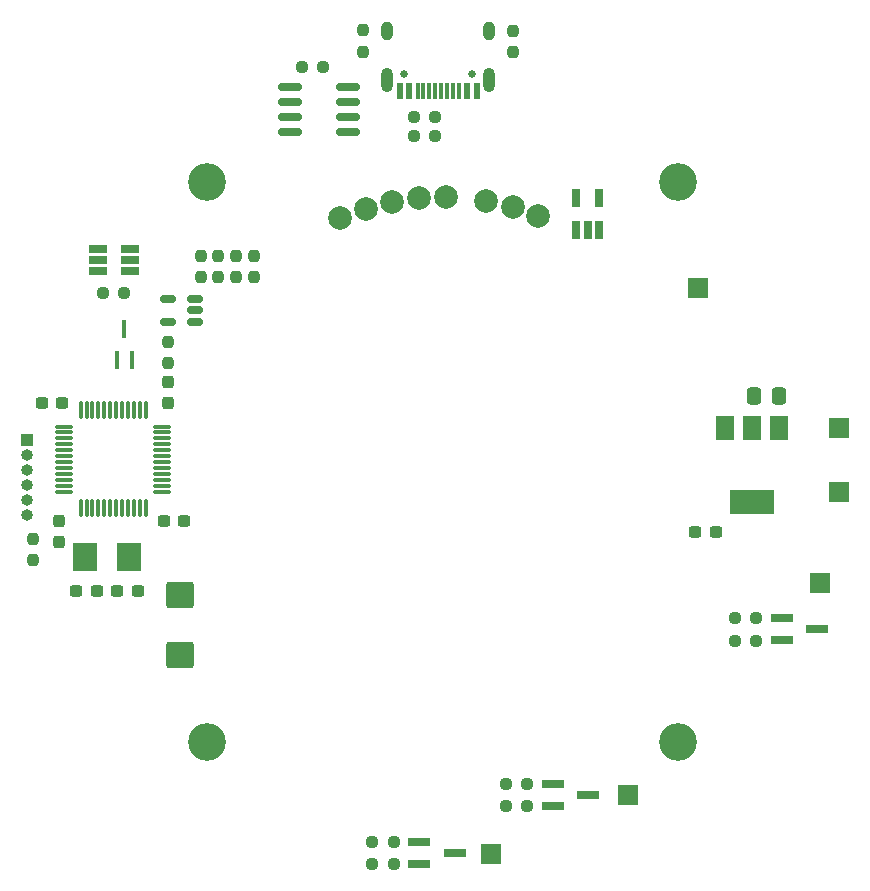
<source format=gbr>
%TF.GenerationSoftware,KiCad,Pcbnew,6.0.10*%
%TF.CreationDate,2023-05-02T19:03:39+03:00*%
%TF.ProjectId,Canon_manage,43616e6f-6e5f-46d6-916e-6167652e6b69,rev?*%
%TF.SameCoordinates,Original*%
%TF.FileFunction,Soldermask,Top*%
%TF.FilePolarity,Negative*%
%FSLAX46Y46*%
G04 Gerber Fmt 4.6, Leading zero omitted, Abs format (unit mm)*
G04 Created by KiCad (PCBNEW 6.0.10) date 2023-05-02 19:03:39*
%MOMM*%
%LPD*%
G01*
G04 APERTURE LIST*
G04 Aperture macros list*
%AMRoundRect*
0 Rectangle with rounded corners*
0 $1 Rounding radius*
0 $2 $3 $4 $5 $6 $7 $8 $9 X,Y pos of 4 corners*
0 Add a 4 corners polygon primitive as box body*
4,1,4,$2,$3,$4,$5,$6,$7,$8,$9,$2,$3,0*
0 Add four circle primitives for the rounded corners*
1,1,$1+$1,$2,$3*
1,1,$1+$1,$4,$5*
1,1,$1+$1,$6,$7*
1,1,$1+$1,$8,$9*
0 Add four rect primitives between the rounded corners*
20,1,$1+$1,$2,$3,$4,$5,0*
20,1,$1+$1,$4,$5,$6,$7,0*
20,1,$1+$1,$6,$7,$8,$9,0*
20,1,$1+$1,$8,$9,$2,$3,0*%
G04 Aperture macros list end*
%ADD10C,0.650000*%
%ADD11R,0.600000X1.450000*%
%ADD12R,0.300000X1.450000*%
%ADD13O,1.000000X2.100000*%
%ADD14O,1.000000X1.600000*%
%ADD15RoundRect,0.237500X0.250000X0.237500X-0.250000X0.237500X-0.250000X-0.237500X0.250000X-0.237500X0*%
%ADD16RoundRect,0.237500X-0.250000X-0.237500X0.250000X-0.237500X0.250000X0.237500X-0.250000X0.237500X0*%
%ADD17R,1.900000X0.800000*%
%ADD18R,1.700000X1.700000*%
%ADD19C,2.000000*%
%ADD20R,0.650000X1.560000*%
%ADD21C,3.200000*%
%ADD22RoundRect,0.150000X0.512500X0.150000X-0.512500X0.150000X-0.512500X-0.150000X0.512500X-0.150000X0*%
%ADD23RoundRect,0.150000X-0.825000X-0.150000X0.825000X-0.150000X0.825000X0.150000X-0.825000X0.150000X0*%
%ADD24RoundRect,0.237500X0.237500X-0.250000X0.237500X0.250000X-0.237500X0.250000X-0.237500X-0.250000X0*%
%ADD25R,1.000000X1.000000*%
%ADD26O,1.000000X1.000000*%
%ADD27RoundRect,0.237500X-0.237500X0.250000X-0.237500X-0.250000X0.237500X-0.250000X0.237500X0.250000X0*%
%ADD28RoundRect,0.237500X0.300000X0.237500X-0.300000X0.237500X-0.300000X-0.237500X0.300000X-0.237500X0*%
%ADD29R,0.450000X1.500000*%
%ADD30RoundRect,0.237500X-0.300000X-0.237500X0.300000X-0.237500X0.300000X0.237500X-0.300000X0.237500X0*%
%ADD31RoundRect,0.237500X-0.237500X0.300000X-0.237500X-0.300000X0.237500X-0.300000X0.237500X0.300000X0*%
%ADD32R,1.500000X2.000000*%
%ADD33R,3.800000X2.000000*%
%ADD34R,1.560000X0.650000*%
%ADD35RoundRect,0.250000X-0.337500X-0.475000X0.337500X-0.475000X0.337500X0.475000X-0.337500X0.475000X0*%
%ADD36RoundRect,0.237500X0.237500X-0.300000X0.237500X0.300000X-0.237500X0.300000X-0.237500X-0.300000X0*%
%ADD37R,2.000000X2.400000*%
%ADD38RoundRect,0.250000X-0.925000X0.875000X-0.925000X-0.875000X0.925000X-0.875000X0.925000X0.875000X0*%
%ADD39RoundRect,0.075000X0.075000X-0.662500X0.075000X0.662500X-0.075000X0.662500X-0.075000X-0.662500X0*%
%ADD40RoundRect,0.075000X0.662500X-0.075000X0.662500X0.075000X-0.662500X0.075000X-0.662500X-0.075000X0*%
G04 APERTURE END LIST*
D10*
%TO.C,J37*%
X102720000Y-54070000D03*
X108500000Y-54070000D03*
D11*
X108860000Y-55515000D03*
X108060000Y-55515000D03*
D12*
X106860000Y-55515000D03*
X105860000Y-55515000D03*
X105360000Y-55515000D03*
X104360000Y-55515000D03*
D11*
X103160000Y-55515000D03*
X102360000Y-55515000D03*
X102360000Y-55515000D03*
X103160000Y-55515000D03*
D12*
X103860000Y-55515000D03*
X104860000Y-55515000D03*
X106360000Y-55515000D03*
X107360000Y-55515000D03*
D11*
X108060000Y-55515000D03*
X108860000Y-55515000D03*
D13*
X101290000Y-54600000D03*
X109930000Y-54600000D03*
D14*
X109930000Y-50420000D03*
X101290000Y-50420000D03*
%TD*%
D15*
%TO.C,R18*%
X132535300Y-102057200D03*
X130710300Y-102057200D03*
%TD*%
D16*
%TO.C,R17*%
X130710300Y-100152200D03*
X132535300Y-100152200D03*
%TD*%
D15*
%TO.C,R16*%
X113149500Y-116089400D03*
X111324500Y-116089400D03*
%TD*%
D16*
%TO.C,R15*%
X113149500Y-114184400D03*
X111324500Y-114184400D03*
%TD*%
D15*
%TO.C,R14*%
X101869300Y-120989000D03*
X100044300Y-120989000D03*
%TD*%
D16*
%TO.C,R13*%
X100044300Y-119084000D03*
X101869300Y-119084000D03*
%TD*%
D17*
%TO.C,Q4*%
X134694800Y-100142000D03*
X134694800Y-102042000D03*
X137694800Y-101092000D03*
%TD*%
%TO.C,Q3*%
X115334400Y-114174200D03*
X115334400Y-116074200D03*
X118334400Y-115124200D03*
%TD*%
%TO.C,Q2*%
X104003400Y-119099200D03*
X104003400Y-120999200D03*
X107003400Y-120049200D03*
%TD*%
D18*
%TO.C,J12*%
X137896600Y-97205800D03*
%TD*%
%TO.C,J11*%
X121660400Y-115124200D03*
%TD*%
%TO.C,J10*%
X110050000Y-120100000D03*
%TD*%
D19*
%TO.C,J6*%
X103980000Y-64570000D03*
%TD*%
D20*
%TO.C,U5*%
X117312400Y-67263000D03*
X118262400Y-67263000D03*
X119212400Y-67263000D03*
X119212400Y-64563000D03*
X117312400Y-64563000D03*
%TD*%
D21*
%TO.C,H4*%
X86050000Y-63225000D03*
%TD*%
D19*
%TO.C,J3*%
X111930000Y-65330000D03*
%TD*%
D21*
%TO.C,H2*%
X86050000Y-110665000D03*
%TD*%
D19*
%TO.C,J4*%
X109640000Y-64820000D03*
%TD*%
D21*
%TO.C,H3*%
X125880000Y-63225000D03*
%TD*%
D19*
%TO.C,J8*%
X99500000Y-65500000D03*
%TD*%
D22*
%TO.C,D1*%
X84987500Y-75050000D03*
X84987500Y-74100000D03*
X84987500Y-73150000D03*
X82712500Y-73150000D03*
X82712500Y-75050000D03*
%TD*%
D23*
%TO.C,U4*%
X93029000Y-55194200D03*
X93029000Y-56464200D03*
X93029000Y-57734200D03*
X93029000Y-59004200D03*
X97979000Y-59004200D03*
X97979000Y-57734200D03*
X97979000Y-56464200D03*
X97979000Y-55194200D03*
%TD*%
D19*
%TO.C,J9*%
X97310000Y-66260000D03*
%TD*%
D24*
%TO.C,R3*%
X85500000Y-71312500D03*
X85500000Y-69487500D03*
%TD*%
%TO.C,R12*%
X82750000Y-78562500D03*
X82750000Y-76737500D03*
%TD*%
D19*
%TO.C,J2*%
X114040000Y-66090000D03*
%TD*%
%TO.C,J7*%
X101700000Y-64910000D03*
%TD*%
D24*
%TO.C,R4*%
X87000000Y-71312500D03*
X87000000Y-69487500D03*
%TD*%
D21*
%TO.C,H1*%
X125880000Y-110665000D03*
%TD*%
D19*
%TO.C,J5*%
X106270000Y-64490000D03*
%TD*%
D18*
%TO.C,J35*%
X139573000Y-89509600D03*
%TD*%
D24*
%TO.C,R2*%
X90000000Y-71312500D03*
X90000000Y-69487500D03*
%TD*%
%TO.C,R5*%
X88500000Y-71312500D03*
X88500000Y-69487500D03*
%TD*%
D16*
%TO.C,R11*%
X95883100Y-53492400D03*
X94058100Y-53492400D03*
%TD*%
D18*
%TO.C,J26*%
X127609600Y-72237600D03*
%TD*%
D25*
%TO.C,J1*%
X70764400Y-85039200D03*
D26*
X70764400Y-86309200D03*
X70764400Y-87579200D03*
X70764400Y-88849200D03*
X70764400Y-90119200D03*
X70764400Y-91389200D03*
%TD*%
D27*
%TO.C,R1*%
X71272400Y-93448500D03*
X71272400Y-95273500D03*
%TD*%
D18*
%TO.C,J36*%
X139547600Y-84099400D03*
%TD*%
D24*
%TO.C,R6*%
X99263200Y-52220500D03*
X99263200Y-50395500D03*
%TD*%
D28*
%TO.C,C5*%
X73784800Y-81940400D03*
X72059800Y-81940400D03*
%TD*%
D29*
%TO.C,Q1*%
X78394800Y-78342800D03*
X79694800Y-78342800D03*
X79044800Y-75682800D03*
%TD*%
D30*
%TO.C,C1*%
X74981900Y-97840800D03*
X76706900Y-97840800D03*
%TD*%
D15*
%TO.C,R7*%
X105357300Y-59334400D03*
X103532300Y-59334400D03*
%TD*%
D31*
%TO.C,C8*%
X73533000Y-91974500D03*
X73533000Y-93699500D03*
%TD*%
D32*
%TO.C,U2*%
X134480500Y-84022800D03*
X132180500Y-84022800D03*
D33*
X132180500Y-90322800D03*
D32*
X129880500Y-84022800D03*
%TD*%
D16*
%TO.C,R10*%
X77217900Y-72593200D03*
X79042900Y-72593200D03*
%TD*%
D34*
%TO.C,U3*%
X79480400Y-70774600D03*
X79480400Y-69824600D03*
X79480400Y-68874600D03*
X76780400Y-68874600D03*
X76780400Y-69824600D03*
X76780400Y-70774600D03*
%TD*%
D15*
%TO.C,R8*%
X105357300Y-57759600D03*
X103532300Y-57759600D03*
%TD*%
D35*
%TO.C,C3*%
X132388700Y-81330800D03*
X134463700Y-81330800D03*
%TD*%
D36*
%TO.C,C4*%
X82727800Y-81915000D03*
X82727800Y-80190000D03*
%TD*%
D24*
%TO.C,R9*%
X111937800Y-52245900D03*
X111937800Y-50420900D03*
%TD*%
D30*
%TO.C,C6*%
X82397600Y-91948000D03*
X84122600Y-91948000D03*
%TD*%
D37*
%TO.C,Y1*%
X75747000Y-95021400D03*
X79447000Y-95021400D03*
%TD*%
D28*
%TO.C,C2*%
X80161300Y-97840800D03*
X78436300Y-97840800D03*
%TD*%
%TO.C,C7*%
X129107100Y-92862400D03*
X127382100Y-92862400D03*
%TD*%
D38*
%TO.C,C9*%
X83769200Y-98161000D03*
X83769200Y-103261000D03*
%TD*%
D39*
%TO.C,U1*%
X75337500Y-90852500D03*
X75837500Y-90852500D03*
X76337500Y-90852500D03*
X76837500Y-90852500D03*
X77337500Y-90852500D03*
X77837500Y-90852500D03*
X78337500Y-90852500D03*
X78837500Y-90852500D03*
X79337500Y-90852500D03*
X79837500Y-90852500D03*
X80337500Y-90852500D03*
X80837500Y-90852500D03*
D40*
X82250000Y-89440000D03*
X82250000Y-88940000D03*
X82250000Y-88440000D03*
X82250000Y-87940000D03*
X82250000Y-87440000D03*
X82250000Y-86940000D03*
X82250000Y-86440000D03*
X82250000Y-85940000D03*
X82250000Y-85440000D03*
X82250000Y-84940000D03*
X82250000Y-84440000D03*
X82250000Y-83940000D03*
D39*
X80837500Y-82527500D03*
X80337500Y-82527500D03*
X79837500Y-82527500D03*
X79337500Y-82527500D03*
X78837500Y-82527500D03*
X78337500Y-82527500D03*
X77837500Y-82527500D03*
X77337500Y-82527500D03*
X76837500Y-82527500D03*
X76337500Y-82527500D03*
X75837500Y-82527500D03*
X75337500Y-82527500D03*
D40*
X73925000Y-83940000D03*
X73925000Y-84440000D03*
X73925000Y-84940000D03*
X73925000Y-85440000D03*
X73925000Y-85940000D03*
X73925000Y-86440000D03*
X73925000Y-86940000D03*
X73925000Y-87440000D03*
X73925000Y-87940000D03*
X73925000Y-88440000D03*
X73925000Y-88940000D03*
X73925000Y-89440000D03*
%TD*%
M02*

</source>
